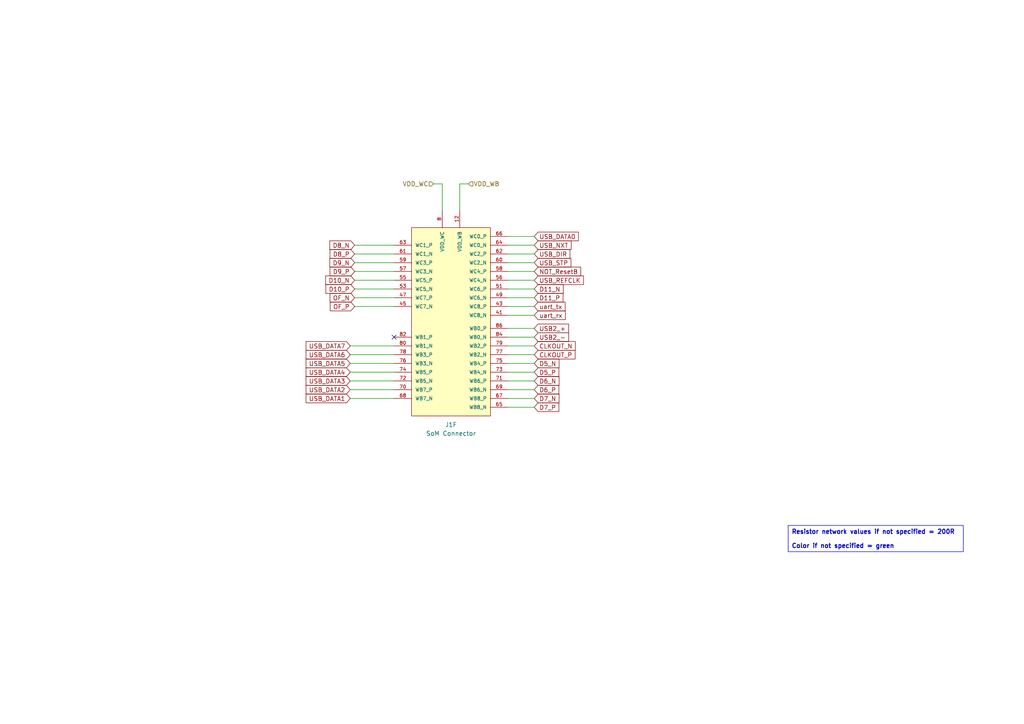
<source format=kicad_sch>
(kicad_sch (version 20250114) (generator "eeschema") (generator_version "9.0")
  (paper "A4")
  (title_block (title "SoM Programmer & Tester") (date "2024-12-20") (rev "0.1") (company "Technische Hochschule Köln") (comment 1 "Felix Sebastian Nitz"))
  (lib_symbols
    (symbol "ccsom_lib:SoM connector" (pin_names (offset 1.016))
      (property "Reference" "J" (at 11.176 23.368 0))
      (property "Value" "SoM Connector" (at 11.176 21.336 0))
      (symbol "SoM connector_1_0"
        (rectangle (start -11.43 17.78) (end 11.43 -7.62) (stroke (width 0.1524)) (fill (type background)))
        (pin passive line (at -16.51 13.97 0) (length 5.08) (name "JTAG_TCK") (number "21"))
        (pin passive line (at -16.51 11.43 0) (length 5.08) (name "JTAG_TMS") (number "23"))
        (pin passive line (at -16.51 8.89 0) (length 5.08) (name "JTAG_TDI") (number "25"))
        (pin passive line (at -16.51 6.35 0) (length 5.08) (name "JTAG_TDO") (number "27"))
        (pin passive line (at -16.51 2.54 0) (length 5.08) (name "MD3") (number "33"))
        (pin passive line (at -16.51 0 0) (length 5.08) (name "MD2") (number "35"))
        (pin passive line (at -16.51 -2.54 0) (length 5.08) (name "MD1") (number "37"))
        (pin passive line (at -16.51 -5.08 0) (length 5.08) (name "MD0") (number "39"))
        (pin power_in line (at 0 22.86 270) (length 5.08) (name "+5V") (number "1"))
        (pin power_in line (at 0 22.86 270) (length 5.08) (hide yes) (name "+5V") (number "4"))
        (pin passive line (at 0 -12.7 90) (length 5.08) (hide yes) (name "GND") (number "10"))
        (pin passive line (at 0 -12.7 90) (length 5.08) (hide yes) (name "GND") (number "101"))
        (pin passive line (at 0 -12.7 90) (length 5.08) (hide yes) (name "GND") (number "105"))
        (pin passive line (at 0 -12.7 90) (length 5.08) (hide yes) (name "GND") (number "11"))
        (pin passive line (at 0 -12.7 90) (length 5.08) (hide yes) (name "GND") (number "112"))
        (pin passive line (at 0 -12.7 90) (length 5.08) (hide yes) (name "GND") (number "116"))
        (pin passive line (at 0 -12.7 90) (length 5.08) (hide yes) (name "GND") (number "122"))
        (pin passive line (at 0 -12.7 90) (length 5.08) (hide yes) (name "GND") (number "14"))
        (pin passive line (at 0 -12.7 90) (length 5.08) (hide yes) (name "GND") (number "144"))
        (pin passive line (at 0 -12.7 90) (length 5.08) (hide yes) (name "GND") (number "15"))
        (pin passive line (at 0 -12.7 90) (length 5.08) (hide yes) (name "GND") (number "159"))
        (pin passive line (at 0 -12.7 90) (length 5.08) (hide yes) (name "GND") (number "162"))
        (pin passive line (at 0 -12.7 90) (length 5.08) (hide yes) (name "GND") (number "180"))
        (pin passive line (at 0 -12.7 90) (length 5.08) (hide yes) (name "GND") (number "181"))
        (pin passive line (at 0 -12.7 90) (length 5.08) (hide yes) (name "GND") (number "19"))
        (pin passive line (at 0 -12.7 90) (length 5.08) (hide yes) (name "GND") (number "199"))
        (pin passive line (at 0 -12.7 90) (length 5.08) (name "GND") (number "2"))
        (pin passive line (at 0 -12.7 90) (length 5.08) (hide yes) (name "GND") (number "20"))
        (pin passive line (at 0 -12.7 90) (length 5.08) (hide yes) (name "GND") (number "22"))
        (pin passive line (at 0 -12.7 90) (length 5.08) (hide yes) (name "GND") (number "28"))
        (pin passive line (at 0 -12.7 90) (length 5.08) (hide yes) (name "GND") (number "3"))
        (pin passive line (at 0 -12.7 90) (length 5.08) (hide yes) (name "GND") (number "34"))
        (pin passive line (at 0 -12.7 90) (length 5.08) (hide yes) (name "GND") (number "40"))
        (pin passive line (at 0 -12.7 90) (length 5.08) (hide yes) (name "GND") (number "46"))
        (pin passive line (at 0 -12.7 90) (length 5.08) (hide yes) (name "GND") (number "52"))
        (pin passive line (at 0 -12.7 90) (length 5.08) (hide yes) (name "GND") (number "54"))
        (pin passive line (at 0 -12.7 90) (length 5.08) (hide yes) (name "GND") (number "6"))
        (pin passive line (at 0 -12.7 90) (length 5.08) (hide yes) (name "GND") (number "7"))
        (pin passive line (at 0 -12.7 90) (length 5.08) (hide yes) (name "GND") (number "97"))
        (pin passive line (at 0 -12.7 90) (length 5.08) (hide yes) (name "SHIELD") (number "S1"))
        (pin passive line (at 0 -12.7 90) (length 5.08) (hide yes) (name "SHIELD__1") (number "S2"))
        (pin passive line (at 16.51 13.97 180) (length 5.08) (name "APP_Reset") (number "18"))
        (pin passive line (at 16.51 10.16 180) (length 5.08) (name "CFG_Failed") (number "31"))
        (pin passive line (at 16.51 7.62 180) (length 5.08) (name "CFG_Done") (number "29"))
        (pin passive line (at 16.51 3.81 180) (length 5.08) (name "CLK1") (number "114"))
        (pin passive line (at 16.51 1.27 180) (length 5.08) (name "CLK2") (number "103"))
        (pin passive line (at 16.51 -1.27 180) (length 5.08) (name "CLK3") (number "99"))
      )
      (symbol "SoM connector_2_0"
        (rectangle (start -8.89 19.05) (end 8.89 3.81) (stroke (width 0.1524)) (fill (type background)))
        (pin passive line (at -13.97 15.24 0) (length 5.08) (name "TX_P0") (number "32"))
        (pin passive line (at -13.97 12.7 0) (length 5.08) (name "TX_N0") (number "30"))
        (pin passive line (at -13.97 10.16 0) (length 5.08) (name "RX_P0") (number "26"))
        (pin passive line (at -13.97 7.62 0) (length 5.08) (name "RX_N0") (number "24"))
        (pin passive line (at -1.27 -1.27 90) (length 5.08) (name "CLK_N") (number "38"))
        (pin passive line (at 1.27 -1.27 90) (length 5.08) (name "CLK_P") (number "36"))
        (pin passive line (at 13.97 15.24 180) (length 5.08) (name "RX_P1") (number "44"))
        (pin passive line (at 13.97 12.7 180) (length 5.08) (name "RX_N1") (number "42"))
        (pin passive line (at 13.97 10.16 180) (length 5.08) (name "TX_N1") (number "48"))
        (pin passive line (at 13.97 7.62 180) (length 5.08) (name "TX_P1") (number "50"))
      )
      (symbol "SoM connector_3_0"
        (rectangle (start -11.43 17.78) (end 11.43 -36.83) (stroke (width 0.1524)) (fill (type background)))
        (pin passive line (at -16.51 12.7 0) (length 5.08) (name "NA1_P") (number "195"))
        (pin passive line (at -16.51 10.16 0) (length 5.08) (name "NA1_N") (number "197"))
        (pin passive line (at -16.51 7.62 0) (length 5.08) (name "NA3_P") (number "191"))
        (pin passive line (at -16.51 5.08 0) (length 5.08) (name "NA3_N") (number "193"))
        (pin passive line (at -16.51 2.54 0) (length 5.08) (name "NA5_P") (number "187"))
        (pin passive line (at -16.51 0 0) (length 5.08) (name "NA5_N") (number "189"))
        (pin passive line (at -16.51 -2.54 0) (length 5.08) (name "NA7_P") (number "183"))
        (pin passive line (at -16.51 -5.08 0) (length 5.08) (name "NA7_N") (number "185"))
        (pin passive line (at -16.51 -13.97 0) (length 5.08) (name "NB1_P") (number "178"))
        (pin passive line (at -16.51 -16.51 0) (length 5.08) (name "NB1_N") (number "176"))
        (pin passive line (at -16.51 -19.05 0) (length 5.08) (name "NB3_P") (number "174"))
        (pin passive line (at -16.51 -21.59 0) (length 5.08) (name "NB3_N") (number "172"))
        (pin passive line (at -16.51 -24.13 0) (length 5.08) (name "NB5_P") (number "168"))
        (pin passive line (at -16.51 -26.67 0) (length 5.08) (name "NB5_N") (number "170"))
        (pin passive line (at -16.51 -29.21 0) (length 5.08) (name "NB7_P") (number "163"))
        (pin passive line (at -16.51 -31.75 0) (length 5.08) (name "NB7_N") (number "161"))
        (pin power_in line (at -2.54 22.86 270) (length 5.08) (name "VDD_NA") (number "9"))
        (pin power_in line (at 2.54 22.86 270) (length 5.08) (name "VDD_NB") (number "5"))
        (pin passive line (at 16.51 15.24 180) (length 5.08) (name "NA0_P") (number "198"))
        (pin passive line (at 16.51 12.7 180) (length 5.08) (name "NA0_N") (number "200"))
        (pin passive line (at 16.51 10.16 180) (length 5.08) (name "NA2_P") (number "194"))
        (pin passive line (at 16.51 7.62 180) (length 5.08) (name "NA2_N") (number "196"))
        (pin passive line (at 16.51 5.08 180) (length 5.08) (name "NA4_P") (number "192"))
        (pin passive line (at 16.51 2.54 180) (length 5.08) (name "NA4_N") (number "190"))
        (pin passive line (at 16.51 0 180) (length 5.08) (name "NA6_P") (number "186"))
        (pin passive line (at 16.51 -2.54 180) (length 5.08) (name "NA6_N") (number "188"))
        (pin passive line (at 16.51 -5.08 180) (length 5.08) (name "NA8_P") (number "182"))
        (pin passive line (at 16.51 -7.62 180) (length 5.08) (name "NA8_N") (number "184"))
        (pin passive line (at 16.51 -11.43 180) (length 5.08) (name "NB0_P") (number "179"))
        (pin passive line (at 16.51 -13.97 180) (length 5.08) (name "NB0_N") (number "177"))
        (pin passive line (at 16.51 -16.51 180) (length 5.08) (name "NB2_P") (number "175"))
        (pin passive line (at 16.51 -19.05 180) (length 5.08) (name "NB2_N") (number "173"))
        (pin passive line (at 16.51 -21.59 180) (length 5.08) (name "NB4_P") (number "171"))
        (pin passive line (at 16.51 -24.13 180) (length 5.08) (name "NB4_N") (number "169"))
        (pin passive line (at 16.51 -26.67 180) (length 5.08) (name "NB6_P") (number "167"))
        (pin passive line (at 16.51 -29.21 180) (length 5.08) (name "NB6_N") (number "165"))
        (pin passive line (at 16.51 -31.75 180) (length 5.08) (name "NB8_P") (number "166"))
        (pin passive line (at 16.51 -34.29 180) (length 5.08) (name "NB8_N") (number "164"))
      )
      (symbol "SoM connector_4_0"
        (rectangle (start -11.43 17.78) (end 11.43 -36.83) (stroke (width 0.1524)) (fill (type background)))
        (pin passive line (at -16.51 12.7 0) (length 5.08) (name "EA1_P") (number "124"))
        (pin passive line (at -16.51 10.16 0) (length 5.08) (name "EA1_N") (number "126"))
        (pin passive line (at -16.51 7.62 0) (length 5.08) (name "EA3_P") (number "128"))
        (pin passive line (at -16.51 5.08 0) (length 5.08) (name "EA3_N") (number "130"))
        (pin passive line (at -16.51 2.54 0) (length 5.08) (name "EA5_P") (number "132"))
        (pin passive line (at -16.51 0 0) (length 5.08) (name "EA5_N") (number "134"))
        (pin passive line (at -16.51 -2.54 0) (length 5.08) (name "EA7_P") (number "135"))
        (pin passive line (at -16.51 -5.08 0) (length 5.08) (name "EA7_N") (number "137"))
        (pin passive line (at -16.51 -13.97 0) (length 5.08) (name "EB1_P") (number "146"))
        (pin passive line (at -16.51 -16.51 0) (length 5.08) (name "EB1_N") (number "148"))
        (pin passive line (at -16.51 -19.05 0) (length 5.08) (name "EB3_P") (number "150"))
        (pin passive line (at -16.51 -21.59 0) (length 5.08) (name "EB3_N") (number "152"))
        (pin passive line (at -16.51 -24.13 0) (length 5.08) (name "EB5_P") (number "151"))
        (pin passive line (at -16.51 -26.67 0) (length 5.08) (name "EB5_N") (number "153"))
        (pin passive line (at -16.51 -29.21 0) (length 5.08) (name "EB7_P") (number "160"))
        (pin passive line (at -16.51 -31.75 0) (length 5.08) (name "EB7_N") (number "158"))
        (pin power_in line (at -2.54 22.86 270) (length 5.08) (name "VDD_EA") (number "13"))
        (pin power_in line (at 2.54 22.86 270) (length 5.08) (name "VDD_EB") (number "17"))
        (pin passive line (at 16.51 15.24 180) (length 5.08) (name "EA0_P") (number "125"))
        (pin passive line (at 16.51 12.7 180) (length 5.08) (name "EA0_N") (number "123"))
        (pin passive line (at 16.51 10.16 180) (length 5.08) (name "EA2_P") (number "127"))
        (pin passive line (at 16.51 7.62 180) (length 5.08) (name "EA2_N") (number "129"))
        (pin passive line (at 16.51 5.08 180) (length 5.08) (name "EA4_P") (number "131"))
        (pin passive line (at 16.51 2.54 180) (length 5.08) (name "EA4_N") (number "133"))
        (pin passive line (at 16.51 0 180) (length 5.08) (name "EA6_P") (number "136"))
        (pin passive line (at 16.51 -2.54 180) (length 5.08) (name "EA6_N") (number "138"))
        (pin passive line (at 16.51 -5.08 180) (length 5.08) (name "EA8_P") (number "140"))
        (pin passive line (at 16.51 -7.62 180) (length 5.08) (name "EA8_N") (number "142"))
        (pin passive line (at 16.51 -11.43 180) (length 5.08) (name "EB0_P") (number "139"))
        (pin passive line (at 16.51 -13.97 180) (length 5.08) (name "EB0_N") (number "141"))
        (pin passive line (at 16.51 -16.51 180) (length 5.08) (name "EB2_P") (number "143"))
        (pin passive line (at 16.51 -19.05 180) (length 5.08) (name "EB2_N") (number "145"))
        (pin passive line (at 16.51 -21.59 180) (length 5.08) (name "EB4_P") (number "147"))
        (pin passive line (at 16.51 -24.13 180) (length 5.08) (name "EB4_N") (number "149"))
        (pin passive line (at 16.51 -26.67 180) (length 5.08) (name "EB6_P") (number "154"))
        (pin passive line (at 16.51 -29.21 180) (length 5.08) (name "EB6_N") (number "156"))
        (pin passive line (at 16.51 -31.75 180) (length 5.08) (name "EB8_P") (number "157"))
        (pin passive line (at 16.51 -34.29 180) (length 5.08) (name "EB8_N") (number "155"))
      )
      (symbol "SoM connector_5_0"
        (rectangle (start -11.43 17.78) (end 11.43 -26.67) (stroke (width 0.1524)) (fill (type background)))
        (pin passive line (at -16.51 12.7 0) (length 5.08) (name "SA1_P") (number "90"))
        (pin passive line (at -16.51 10.16 0) (length 5.08) (name "SA1_N") (number "88"))
        (pin passive line (at -16.51 7.62 0) (length 5.08) (name "SA3_P") (number "87"))
        (pin passive line (at -16.51 5.08 0) (length 5.08) (name "SA3_N") (number "85"))
        (pin passive line (at -16.51 2.54 0) (length 5.08) (name "SA5_P") (number "91"))
        (pin passive line (at -16.51 0 0) (length 5.08) (name "SA5_N") (number "89"))
        (pin passive line (at -16.51 -2.54 0) (length 5.08) (name "SA7_P") (number "102"))
        (pin passive line (at -16.51 -5.08 0) (length 5.08) (name "SA7_N") (number "100"))
        (pin passive line (at -16.51 -11.43 0) (length 5.08) (name "SB1_P") (number "113"))
        (pin passive line (at -16.51 -13.97 0) (length 5.08) (name "SB1_N") (number "111"))
        (pin passive line (at -16.51 -16.51 0) (length 5.08) (name "SB3_P") (number "121"))
        (pin passive line (at -16.51 -19.05 0) (length 5.08) (name "SB3_N") (number "119"))
        (pin passive line (at -16.51 -21.59 0) (length 5.08) (name "SB7") (number "118"))
        (pin passive line (at -16.51 -24.13 0) (length 5.08) (name "SB8") (number "120"))
        (pin power_in line (at 0 22.86 270) (length 5.08) (name "VDD_SA") (number "16"))
        (pin passive line (at 16.51 15.24 180) (length 5.08) (name "SA0_P") (number "83"))
        (pin passive line (at 16.51 12.7 180) (length 5.08) (name "SA0_N") (number "81"))
        (pin passive line (at 16.51 10.16 180) (length 5.08) (name "SA2_P") (number "94"))
        (pin passive line (at 16.51 7.62 180) (length 5.08) (name "SA2_N") (number "92"))
        (pin passive line (at 16.51 5.08 180) (length 5.08) (name "SA4_P") (number "98"))
        (pin passive line (at 16.51 2.54 180) (length 5.08) (name "SA4_N") (number "96"))
        (pin passive line (at 16.51 0 180) (length 5.08) (name "SA6_P") (number "95"))
        (pin passive line (at 16.51 -2.54 180) (length 5.08) (name "SA6_N") (number "93"))
        (pin passive line (at 16.51 -5.08 180) (length 5.08) (name "SA8_P") (number "106"))
        (pin passive line (at 16.51 -7.62 180) (length 5.08) (name "SA8_N") (number "104"))
        (pin passive line (at 16.51 -11.43 180) (length 5.08) (name "SB0_P") (number "109"))
        (pin passive line (at 16.51 -13.97 180) (length 5.08) (name "SB0_N") (number "107"))
        (pin passive line (at 16.51 -16.51 180) (length 5.08) (name "SB2_P") (number "117"))
        (pin passive line (at 16.51 -19.05 180) (length 5.08) (name "SB2_N") (number "115"))
        (pin passive line (at 16.51 -21.59 180) (length 5.08) (name "SB4_P") (number "110"))
        (pin passive line (at 16.51 -24.13 180) (length 5.08) (name "SB4_N") (number "108"))
      )
      (symbol "SoM connector_6_0"
        (rectangle (start -11.43 17.78) (end 11.43 -36.83) (stroke (width 0.1524)) (fill (type background)))
        (pin passive line (at -16.51 12.7 0) (length 5.08) (name "WC1_P") (number "63"))
        (pin passive line (at -16.51 10.16 0) (length 5.08) (name "WC1_N") (number "61"))
        (pin passive line (at -16.51 7.62 0) (length 5.08) (name "WC3_P") (number "59"))
        (pin passive line (at -16.51 5.08 0) (length 5.08) (name "WC3_N") (number "57"))
        (pin passive line (at -16.51 2.54 0) (length 5.08) (name "WC5_P") (number "55"))
        (pin passive line (at -16.51 0 0) (length 5.08) (name "WC5_N") (number "53"))
        (pin passive line (at -16.51 -2.54 0) (length 5.08) (name "WC7_P") (number "47"))
        (pin passive line (at -16.51 -5.08 0) (length 5.08) (name "WC7_N") (number "45"))
        (pin passive line (at -16.51 -13.97 0) (length 5.08) (name "WB1_P") (number "82"))
        (pin passive line (at -16.51 -16.51 0) (length 5.08) (name "WB1_N") (number "80"))
        (pin passive line (at -16.51 -19.05 0) (length 5.08) (name "WB3_P") (number "78"))
        (pin passive line (at -16.51 -21.59 0) (length 5.08) (name "WB3_N") (number "76"))
        (pin passive line (at -16.51 -24.13 0) (length 5.08) (name "WB5_P") (number "74"))
        (pin passive line (at -16.51 -26.67 0) (length 5.08) (name "WB5_N") (number "72"))
        (pin passive line (at -16.51 -29.21 0) (length 5.08) (name "WB7_P") (number "70"))
        (pin passive line (at -16.51 -31.75 0) (length 5.08) (name "WB7_N") (number "68"))
        (pin power_in line (at -2.54 22.86 270) (length 5.08) (name "VDD_WC") (number "8"))
        (pin power_in line (at 2.54 22.86 270) (length 5.08) (name "VDD_WB") (number "12"))
        (pin passive line (at 16.51 15.24 180) (length 5.08) (name "WC0_P") (number "66"))
        (pin passive line (at 16.51 12.7 180) (length 5.08) (name "WC0_N") (number "64"))
        (pin passive line (at 16.51 10.16 180) (length 5.08) (name "WC2_P") (number "62"))
        (pin passive line (at 16.51 7.62 180) (length 5.08) (name "WC2_N") (number "60"))
        (pin passive line (at 16.51 5.08 180) (length 5.08) (name "WC4_P") (number "58"))
        (pin passive line (at 16.51 2.54 180) (length 5.08) (name "WC4_N") (number "56"))
        (pin passive line (at 16.51 0 180) (length 5.08) (name "WC6_P") (number "51"))
        (pin passive line (at 16.51 -2.54 180) (length 5.08) (name "WC6_N") (number "49"))
        (pin passive line (at 16.51 -5.08 180) (length 5.08) (name "WC8_P") (number "43"))
        (pin passive line (at 16.51 -7.62 180) (length 5.08) (name "WC8_N") (number "41"))
        (pin passive line (at 16.51 -11.43 180) (length 5.08) (name "WB0_P") (number "86"))
        (pin passive line (at 16.51 -13.97 180) (length 5.08) (name "WB0_N") (number "84"))
        (pin passive line (at 16.51 -16.51 180) (length 5.08) (name "WB2_P") (number "79"))
        (pin passive line (at 16.51 -19.05 180) (length 5.08) (name "WB2_N") (number "77"))
        (pin passive line (at 16.51 -21.59 180) (length 5.08) (name "WB4_P") (number "75"))
        (pin passive line (at 16.51 -24.13 180) (length 5.08) (name "WB4_N") (number "73"))
        (pin passive line (at 16.51 -26.67 180) (length 5.08) (name "WB6_P") (number "71"))
        (pin passive line (at 16.51 -29.21 180) (length 5.08) (name "WB6_N") (number "69"))
        (pin passive line (at 16.51 -31.75 180) (length 5.08) (name "WB8_P") (number "67"))
        (pin passive line (at 16.51 -34.29 180) (length 5.08) (name "WB8_N") (number "65"))
      )
    )
  )
  (text_box "Resistor network values if not specified = 200R\n\nColor if not specified = green" (at 228.6 152.4 0) (size 50.8 7.62) (margins 0.9525 0.9525 0.9525 0.9525) (effects (font (size 1.27 1.27) (thickness 0.254) (bold yes)) (justify left)))
  (no_connect (at 114.3 97.79))
  (wire (pts (xy 147.32 115.57) (xy 154.94 115.57)))
  (wire (pts (xy 147.32 100.33) (xy 154.94 100.33)))
  (wire (pts (xy 147.32 113.03) (xy 154.94 113.03)))
  (wire (pts (xy 114.3 100.33) (xy 101.6 100.33)))
  (wire (pts (xy 114.3 115.57) (xy 101.6 115.57)))
  (wire (pts (xy 147.32 105.41) (xy 154.94 105.41)))
  (wire (pts (xy 102.87 73.66) (xy 114.3 73.66)))
  (wire (pts (xy 147.32 110.49) (xy 154.94 110.49)))
  (wire (pts (xy 147.32 91.44) (xy 154.94 91.44)))
  (wire (pts (xy 102.87 81.28) (xy 114.3 81.28)))
  (wire (pts (xy 125.73 53.34) (xy 128.27 53.34)))
  (wire (pts (xy 114.3 105.41) (xy 101.6 105.41)))
  (wire (pts (xy 147.32 71.12) (xy 154.94 71.12)))
  (wire (pts (xy 102.87 86.36) (xy 114.3 86.36)))
  (wire (pts (xy 102.87 71.12) (xy 114.3 71.12)))
  (wire (pts (xy 133.35 53.34) (xy 135.89 53.34)))
  (wire (pts (xy 147.32 88.9) (xy 154.94 88.9)))
  (wire (pts (xy 147.32 86.36) (xy 154.94 86.36)))
  (wire (pts (xy 147.32 78.74) (xy 154.94 78.74)))
  (wire (pts (xy 102.87 88.9) (xy 114.3 88.9)))
  (wire (pts (xy 147.32 76.2) (xy 154.94 76.2)))
  (wire (pts (xy 147.32 68.58) (xy 154.94 68.58)))
  (wire (pts (xy 147.32 102.87) (xy 154.94 102.87)))
  (wire (pts (xy 147.32 107.95) (xy 154.94 107.95)))
  (wire (pts (xy 114.3 107.95) (xy 101.6 107.95)))
  (wire (pts (xy 102.87 78.74) (xy 114.3 78.74)))
  (wire (pts (xy 147.32 95.25) (xy 154.94 95.25)))
  (wire (pts (xy 102.87 83.82) (xy 114.3 83.82)))
  (wire (pts (xy 102.87 76.2) (xy 114.3 76.2)))
  (wire (pts (xy 147.32 97.79) (xy 154.94 97.79)))
  (wire (pts (xy 128.27 53.34) (xy 128.27 60.96)))
  (wire (pts (xy 147.32 118.11) (xy 154.94 118.11)))
  (wire (pts (xy 147.32 83.82) (xy 154.94 83.82)))
  (wire (pts (xy 114.3 102.87) (xy 101.6 102.87)))
  (wire (pts (xy 133.35 53.34) (xy 133.35 60.96)))
  (wire (pts (xy 147.32 73.66) (xy 154.94 73.66)))
  (wire (pts (xy 114.3 113.03) (xy 101.6 113.03)))
  (wire (pts (xy 114.3 110.49) (xy 101.6 110.49)))
  (wire (pts (xy 147.32 81.28) (xy 154.94 81.28)))
  (global_label "OF_N" (shape input) (at 102.87 86.36 180) (property "Intersheetrefs" "${INTERSHEET_REFS}" (effects (hide yes))))
  (global_label "USB_DATA7" (shape input) (at 101.6 100.33 180) (property "Intersheetrefs" "${INTERSHEET_REFS}" (effects (hide yes))))
  (global_label "D8_P" (shape input) (at 102.87 73.66 180) (property "Intersheetrefs" "${INTERSHEET_REFS}" (effects (hide yes))))
  (global_label "D9_P" (shape input) (at 102.87 78.74 180) (property "Intersheetrefs" "${INTERSHEET_REFS}" (effects (hide yes))))
  (global_label "USB_REFCLK" (shape input) (at 154.94 81.28 0) (property "Intersheetrefs" "${INTERSHEET_REFS}" (effects (hide yes))))
  (global_label "D6_N" (shape input) (at 154.94 110.49 0) (property "Intersheetrefs" "${INTERSHEET_REFS}" (effects (hide yes))))
  (global_label "USB_DATA6" (shape input) (at 101.6 102.87 180) (property "Intersheetrefs" "${INTERSHEET_REFS}" (effects (hide yes))))
  (global_label "USB_DIR" (shape input) (at 154.94 73.66 0) (property "Intersheetrefs" "${INTERSHEET_REFS}" (effects (hide yes))))
  (global_label "OF_P" (shape input) (at 102.87 88.9 180) (property "Intersheetrefs" "${INTERSHEET_REFS}" (effects (hide yes))))
  (global_label "USB_DATA4" (shape input) (at 101.6 107.95 180) (property "Intersheetrefs" "${INTERSHEET_REFS}" (effects (hide yes))))
  (global_label "USB2_+" (shape input) (at 154.94 95.25 0) (property "Intersheetrefs" "${INTERSHEET_REFS}" (effects (hide yes))))
  (global_label "D7_N" (shape input) (at 154.94 115.57 0) (property "Intersheetrefs" "${INTERSHEET_REFS}" (effects (hide yes))))
  (global_label "USB_NXT" (shape input) (at 154.94 71.12 0) (property "Intersheetrefs" "${INTERSHEET_REFS}" (effects (hide yes))))
  (global_label "USB_STP" (shape input) (at 154.94 76.2 0) (property "Intersheetrefs" "${INTERSHEET_REFS}" (effects (hide yes))))
  (global_label "NOT_ResetB" (shape input) (at 154.94 78.74 0) (property "Intersheetrefs" "${INTERSHEET_REFS}" (effects (hide yes))))
  (global_label "D11_P" (shape input) (at 154.94 86.36 0) (property "Intersheetrefs" "${INTERSHEET_REFS}" (effects (hide yes))))
  (global_label "uart_rx" (shape input) (at 154.94 91.44 0) (property "Intersheetrefs" "${INTERSHEET_REFS}" (effects (hide yes))))
  (global_label "D6_P" (shape input) (at 154.94 113.03 0) (property "Intersheetrefs" "${INTERSHEET_REFS}" (effects (hide yes))))
  (global_label "D8_N" (shape input) (at 102.87 71.12 180) (property "Intersheetrefs" "${INTERSHEET_REFS}" (effects (hide yes))))
  (global_label "uart_tx" (shape input) (at 154.94 88.9 0) (property "Intersheetrefs" "${INTERSHEET_REFS}" (effects (hide yes))))
  (global_label "USB_DATA3" (shape input) (at 101.6 110.49 180) (property "Intersheetrefs" "${INTERSHEET_REFS}" (effects (hide yes))))
  (global_label "CLKOUT_N" (shape input) (at 154.94 100.33 0) (property "Intersheetrefs" "${INTERSHEET_REFS}" (effects (hide yes))))
  (global_label "D11_N" (shape input) (at 154.94 83.82 0) (property "Intersheetrefs" "${INTERSHEET_REFS}" (effects (hide yes))))
  (global_label "CLKOUT_P" (shape input) (at 154.94 102.87 0) (property "Intersheetrefs" "${INTERSHEET_REFS}" (effects (hide yes))))
  (global_label "USB_DATA5" (shape input) (at 101.6 105.41 180) (property "Intersheetrefs" "${INTERSHEET_REFS}" (effects (hide yes))))
  (global_label "D10_P" (shape input) (at 102.87 83.82 180) (property "Intersheetrefs" "${INTERSHEET_REFS}" (effects (hide yes))))
  (global_label "D7_P" (shape input) (at 154.94 118.11 0) (property "Intersheetrefs" "${INTERSHEET_REFS}" (effects (hide yes))))
  (global_label "D5_P" (shape input) (at 154.94 107.95 0) (property "Intersheetrefs" "${INTERSHEET_REFS}" (effects (hide yes))))
  (global_label "USB_DATA2" (shape input) (at 101.6 113.03 180) (property "Intersheetrefs" "${INTERSHEET_REFS}" (effects (hide yes))))
  (global_label "D9_N" (shape input) (at 102.87 76.2 180) (property "Intersheetrefs" "${INTERSHEET_REFS}" (effects (hide yes))))
  (global_label "USB_DATA0" (shape input) (at 154.94 68.58 0) (property "Intersheetrefs" "${INTERSHEET_REFS}" (effects (hide yes))))
  (global_label "USB_DATA1" (shape input) (at 101.6 115.57 180) (property "Intersheetrefs" "${INTERSHEET_REFS}" (effects (hide yes))))
  (global_label "D5_N" (shape input) (at 154.94 105.41 0) (property "Intersheetrefs" "${INTERSHEET_REFS}" (effects (hide yes))))
  (global_label "D10_N" (shape input) (at 102.87 81.28 180) (property "Intersheetrefs" "${INTERSHEET_REFS}" (effects (hide yes))))
  (global_label "USB2_-" (shape input) (at 154.94 97.79 0) (property "Intersheetrefs" "${INTERSHEET_REFS}" (effects (hide yes))))
  (hierarchical_label "VDD_WC" (shape input) (at 125.73 53.34 180))
  (hierarchical_label "VDD_WB" (shape input) (at 135.89 53.34 0))
  (symbol (lib_id "ccsom_lib:SoM connector") (at 130.81 83.82 0) (unit 6)
    (property "Reference" "J1" (at 130.81 123.19 0))
    (property "Value" "SoM Connector" (at 130.81 125.73 0))
    (property "Footprint" "ccsom_Footprint_lib:SoM_Connector" (effects (hide yes)))
    (property "Description" "TE_1473005-1" (effects (hide yes)))
    (property "STANDARD" "Manufacturer Recommendations" (effects (hide yes)))
    (property "MAXIMUM_PACKAGE_HEIGHT" "5.9mm" (effects (hide yes)))
    (property "MANUFACTURER" "TE Connectivity" (effects (hide yes)))
    (property "Mouser Part Number" "571-1-1473005-1" (effects (hide yes)))
  )
)
</source>
